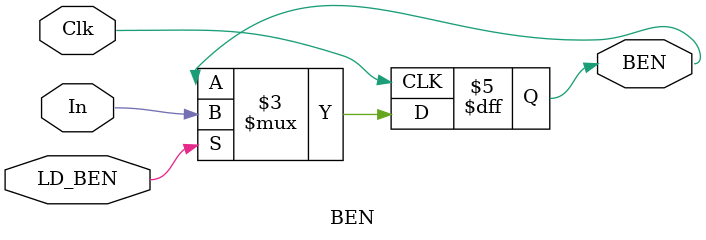
<source format=sv>
module BEN (
                input logic Clk, 
                input logic LD_BEN, 
                input logic In, 

                output logic BEN
            );
						
						
				always_ff @ (posedge Clk) begin
					if (LD_BEN) begin
						BEN <= In;
					end
					
					else begin
						BEN <= BEN;
					end
				end
				
endmodule

</source>
